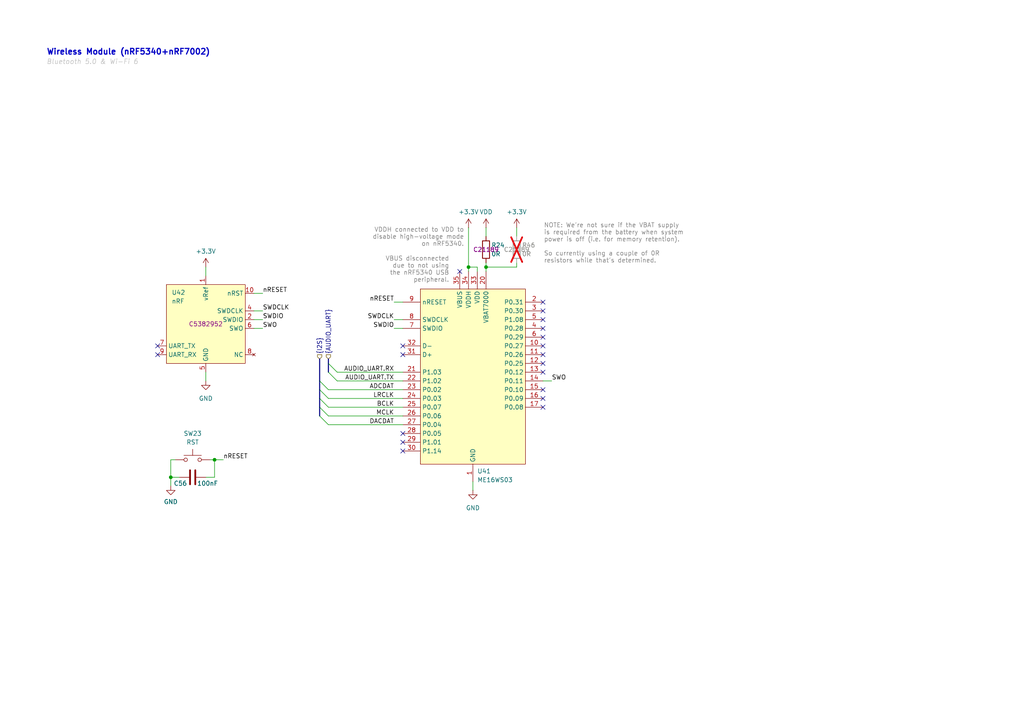
<source format=kicad_sch>
(kicad_sch (version 20250114) (generator "eeschema") (generator_version "9.0")
  (paper "A4")
  (lib_symbols
    (symbol "Device:C" (pin_numbers (hide yes)) (pin_names (offset 0.254))
      (property "Reference" "C" (at 0.635 2.54 0))
      (property "Value" "C" (at 0.635 -2.54 0))
      (symbol "C_0_1"
        (polyline (pts (xy -2.032 0.762) (xy 2.032 0.762)) (stroke (width 0.508)))
        (polyline (pts (xy -2.032 -0.762) (xy 2.032 -0.762)) (stroke (width 0.508)))
      )
      (symbol "C_1_1"
        (pin passive line (at 0 3.81 270) (length 2.794) (name "~") (number "1"))
        (pin passive line (at 0 -3.81 90) (length 2.794) (name "~") (number "2"))
      )
    )
    (symbol "Device:R" (pin_numbers (hide yes)) (pin_names (offset 0))
      (property "Reference" "R" (at 2.032 0 90))
      (property "Value" "R" (at 0 0 90))
      (symbol "R_0_1"
        (rectangle (start -1.016 -2.54) (end 1.016 2.54) (stroke (width 0.254)))
      )
      (symbol "R_1_1"
        (pin passive line (at 0 3.81 270) (length 1.27) (name "~") (number "1"))
        (pin passive line (at 0 -3.81 90) (length 1.27) (name "~") (number "2"))
      )
    )
    (symbol "Switch:SW_Push" (pin_numbers (hide yes)) (pin_names (offset 1.016) (hide yes))
      (property "Reference" "SW" (at 1.27 2.54 0))
      (property "Value" "SW_Push" (at 0 -1.524 0))
      (symbol "SW_Push_0_1"
        (circle (center -2.032 0) (radius 0.508))
        (polyline (pts (xy 0 1.27) (xy 0 3.048)))
        (circle (center 2.032 0) (radius 0.508))
        (polyline (pts (xy 2.54 1.27) (xy -2.54 1.27)))
        (pin passive line (at -5.08 0 0) (length 2.54) (name "1") (number "1"))
        (pin passive line (at 5.08 0 180) (length 2.54) (name "2") (number "2"))
      )
    )
    (symbol "pocket_synth:BMDU"
      (property "Reference" "U" (at 0 -2.54 0))
      (symbol "BMDU_1_1"
        (rectangle (start -11.43 11.43) (end 11.43 -11.43) (fill (type background)))
        (pin input line (at -13.97 8.89 0) (length 2.54) (name "nRST") (number "10"))
        (pin input line (at -13.97 3.81 0) (length 2.54) (name "SWDCLK") (number "4"))
        (pin input line (at -13.97 1.27 0) (length 2.54) (name "SWDIO") (number "2"))
        (pin input line (at -13.97 -1.27 0) (length 2.54) (name "SWO") (number "6"))
        (pin no_connect line (at -13.97 -8.89 0) (length 2.54) (name "NC") (number "8"))
        (pin input line (at 0 13.97 270) (length 2.54) (name "vRef") (number "1"))
        (pin input line (at 0 -13.97 90) (length 2.54) (hide yes) (name "GND") (number "3"))
        (pin input line (at 0 -13.97 90) (length 2.54) (name "GND") (number "5"))
        (pin input line (at 13.97 -6.35 180) (length 2.54) (name "UART_TX") (number "7"))
        (pin input line (at 13.97 -8.89 180) (length 2.54) (name "UART_RX") (number "9"))
      )
    )
    (symbol "pocket_synth:ME16WS03"
      (property "Reference" "U" (at 0 0 0))
      (property "Value" "ME16WS03" (at 0 0 0))
      (symbol "ME16WS03_1_1"
        (rectangle (start -15.24 25.4) (end 15.24 -25.4) (fill (type background)))
        (pin bidirectional line (at -20.32 21.59 0) (length 5.08) (name "nRESET") (number "9"))
        (pin bidirectional line (at -20.32 16.51 0) (length 5.08) (name "SWDCLK") (number "8"))
        (pin bidirectional line (at -20.32 13.97 0) (length 5.08) (name "SWDIO") (number "7"))
        (pin bidirectional line (at -20.32 8.89 0) (length 5.08) (name "D-") (number "32"))
        (pin bidirectional line (at -20.32 6.35 0) (length 5.08) (name "D+") (number "31"))
        (pin bidirectional line (at -20.32 1.27 0) (length 5.08) (name "P1.03") (number "21"))
        (pin bidirectional line (at -20.32 -1.27 0) (length 5.08) (name "P1.02") (number "22"))
        (pin bidirectional line (at -20.32 -3.81 0) (length 5.08) (name "P0.02") (number "23"))
        (pin bidirectional line (at -20.32 -6.35 0) (length 5.08) (name "P0.03") (number "24"))
        (pin bidirectional line (at -20.32 -8.89 0) (length 5.08) (name "P0.07") (number "25"))
        (pin bidirectional line (at -20.32 -11.43 0) (length 5.08) (name "P0.06") (number "26"))
        (pin bidirectional line (at -20.32 -13.97 0) (length 5.08) (name "P0.04") (number "27"))
        (pin bidirectional line (at -20.32 -16.51 0) (length 5.08) (name "P0.05") (number "28"))
        (pin bidirectional line (at -20.32 -19.05 0) (length 5.08) (name "P1.01") (number "29"))
        (pin bidirectional line (at -20.32 -21.59 0) (length 5.08) (name "P1.14") (number "30"))
        (pin power_in line (at -3.81 30.48 270) (length 5.08) (name "VBUS") (number "35"))
        (pin power_in line (at -1.27 30.48 270) (length 5.08) (name "VDDH") (number "34"))
        (pin power_in line (at 0 -30.48 90) (length 5.08) (name "GND") (number "1"))
        (pin power_in line (at 0 -30.48 90) (length 5.08) (hide yes) (name "GND") (number "18"))
        (pin power_in line (at 0 -30.48 90) (length 5.08) (hide yes) (name "GND") (number "19"))
        (pin power_in line (at 0 -30.48 90) (length 5.08) (hide yes) (name "GND") (number "36"))
        (pin power_in line (at 0 -30.48 90) (length 5.08) (hide yes) (name "GND") (number "37"))
        (pin power_in line (at 0 -30.48 90) (length 5.08) (hide yes) (name "GND") (number "38"))
        (pin power_in line (at 1.27 30.48 270) (length 5.08) (name "VDD") (number "33"))
        (pin bidirectional line (at 3.81 30.48 270) (length 5.08) (name "VBAT7000") (number "20"))
        (pin bidirectional line (at 20.32 21.59 180) (length 5.08) (name "P0.31") (number "2"))
        (pin bidirectional line (at 20.32 19.05 180) (length 5.08) (name "P0.30") (number "3"))
        (pin bidirectional line (at 20.32 16.51 180) (length 5.08) (name "P1.08") (number "5"))
        (pin bidirectional line (at 20.32 13.97 180) (length 5.08) (name "P0.28") (number "4"))
        (pin bidirectional line (at 20.32 11.43 180) (length 5.08) (name "P0.29") (number "6"))
        (pin bidirectional line (at 20.32 8.89 180) (length 5.08) (name "P0.27") (number "10"))
        (pin bidirectional line (at 20.32 6.35 180) (length 5.08) (name "P0.26") (number "11"))
        (pin bidirectional line (at 20.32 3.81 180) (length 5.08) (name "P0.25") (number "12"))
        (pin bidirectional line (at 20.32 1.27 180) (length 5.08) (name "P0.12") (number "13"))
        (pin bidirectional line (at 20.32 -1.27 180) (length 5.08) (name "P0.11") (number "14"))
        (pin bidirectional line (at 20.32 -3.81 180) (length 5.08) (name "P0.10") (number "15"))
        (pin bidirectional line (at 20.32 -6.35 180) (length 5.08) (name "P0.09") (number "16"))
        (pin bidirectional line (at 20.32 -8.89 180) (length 5.08) (name "P0.08") (number "17"))
      )
    )
    (symbol "power:+3.3V" (power) (pin_numbers (hide yes)) (pin_names (offset 0) (hide yes))
      (property "Value" "+3.3V" (at 0 3.556 0))
      (symbol "+3.3V_0_1"
        (polyline (pts (xy -0.762 1.27) (xy 0 2.54)))
        (polyline (pts (xy 0 2.54) (xy 0.762 1.27)))
        (polyline (pts (xy 0 0) (xy 0 2.54)))
      )
      (symbol "+3.3V_1_1"
        (pin power_in line (at 0 0 90) (length 0) (name "~") (number "1"))
      )
    )
    (symbol "power:GND" (power) (pin_numbers (hide yes)) (pin_names (offset 0) (hide yes))
      (property "Value" "GND" (at 0 -3.81 0))
      (symbol "GND_0_1"
        (polyline (pts (xy 0 0) (xy 0 -1.27) (xy 1.27 -1.27) (xy 0 -2.54) (xy -1.27 -1.27) (xy 0 -1.27)))
      )
      (symbol "GND_1_1"
        (pin power_in line (at 0 0 270) (length 0) (name "~") (number "1"))
      )
    )
    (symbol "power:VDD" (power) (pin_numbers (hide yes)) (pin_names (offset 0) (hide yes))
      (property "Value" "VDD" (at 0 3.556 0))
      (symbol "VDD_0_1"
        (polyline (pts (xy -0.762 1.27) (xy 0 2.54)))
        (polyline (pts (xy 0 2.54) (xy 0.762 1.27)))
        (polyline (pts (xy 0 0) (xy 0 2.54)))
      )
      (symbol "VDD_1_1"
        (pin power_in line (at 0 0 90) (length 0) (name "~") (number "1"))
      )
    )
  )
  (text "NOTE: We're not sure if the VBAT supply\nis required from the battery when system\npower is off (i.e. for memory retention).\n\nSo currently using a couple of 0R\nresistors while that's determined." (at 157.734 70.612 0) (effects (font (size 1.27 1.27)) (justify left)))
  (text "VDDH connected to VDD to\ndisable high-voltage mode\non nRF5340." (at 134.62 68.834 0) (effects (font (size 1.27 1.27)) (justify right)))
  (text "VBUS disconnected\ndue to not using\nthe nRF5340 USB\nperipheral." (at 130.302 78.232 0) (effects (font (size 1.27 1.27)) (justify right)))
  (text "Bluetooth 5.0 & Wi-Fi 6" (at 13.462 17.272 0) (effects (font (size 1.397 1.397) (thickness 0.1588) (italic yes)) (justify left top)))
  (text "Wireless Module (nRF5340+nRF7002)" (at 13.462 14.224 0) (effects (font (size 1.651 1.651) (thickness 0.3302) (bold yes)) (justify left top)))
  (junction (at 49.53 138.43))
  (junction (at 135.89 77.47))
  (junction (at 62.23 133.35))
  (junction (at 140.97 77.47))
  (no_connect (at 157.48 95.25))
  (no_connect (at 157.48 105.41))
  (no_connect (at 157.48 113.03))
  (no_connect (at 116.84 128.27))
  (no_connect (at 133.35 78.74))
  (no_connect (at 157.48 115.57))
  (no_connect (at 157.48 102.87))
  (no_connect (at 45.72 100.33))
  (no_connect (at 157.48 107.95))
  (no_connect (at 116.84 130.81))
  (no_connect (at 116.84 125.73))
  (no_connect (at 157.48 87.63))
  (no_connect (at 157.48 118.11))
  (no_connect (at 116.84 100.33))
  (no_connect (at 157.48 92.71))
  (no_connect (at 45.72 102.87))
  (no_connect (at 116.84 102.87))
  (no_connect (at 157.48 90.17))
  (no_connect (at 157.48 100.33))
  (no_connect (at 157.48 97.79))
  (bus_entry (at 95.25 120.65) (size -2.54 -2.54))
  (bus_entry (at 95.25 113.03) (size -2.54 -2.54))
  (bus_entry (at 95.25 118.11) (size -2.54 -2.54))
  (bus_entry (at 95.25 115.57) (size -2.54 -2.54))
  (bus_entry (at 97.79 110.49) (size -2.54 -2.54))
  (bus_entry (at 95.25 123.19) (size -2.54 -2.54))
  (bus_entry (at 97.79 107.95) (size -2.54 -2.54))
  (wire (pts (xy 116.84 110.49) (xy 97.79 110.49)))
  (wire (pts (xy 73.66 92.71) (xy 76.2 92.71)))
  (wire (pts (xy 62.23 133.35) (xy 62.23 138.43)))
  (wire (pts (xy 140.97 77.47) (xy 149.86 77.47)))
  (bus (pts (xy 95.25 104.14) (xy 95.25 105.41)))
  (wire (pts (xy 49.53 138.43) (xy 52.07 138.43)))
  (wire (pts (xy 116.84 107.95) (xy 97.79 107.95)))
  (wire (pts (xy 114.3 95.25) (xy 116.84 95.25)))
  (wire (pts (xy 73.66 95.25) (xy 76.2 95.25)))
  (wire (pts (xy 149.86 77.47) (xy 149.86 76.2)))
  (wire (pts (xy 116.84 123.19) (xy 95.25 123.19)))
  (wire (pts (xy 73.66 85.09) (xy 76.2 85.09)))
  (bus (pts (xy 92.71 115.57) (xy 92.71 118.11)))
  (wire (pts (xy 135.89 78.74) (xy 135.89 77.47)))
  (wire (pts (xy 49.53 133.35) (xy 49.53 138.43)))
  (wire (pts (xy 135.89 77.47) (xy 138.43 77.47)))
  (wire (pts (xy 50.8 133.35) (xy 49.53 133.35)))
  (wire (pts (xy 49.53 138.43) (xy 49.53 140.97)))
  (wire (pts (xy 157.48 110.49) (xy 160.02 110.49)))
  (wire (pts (xy 116.84 115.57) (xy 95.25 115.57)))
  (bus (pts (xy 95.25 105.41) (xy 95.25 107.95)))
  (wire (pts (xy 114.3 92.71) (xy 116.84 92.71)))
  (bus (pts (xy 92.71 113.03) (xy 92.71 115.57)))
  (wire (pts (xy 140.97 77.47) (xy 140.97 78.74)))
  (wire (pts (xy 116.84 120.65) (xy 95.25 120.65)))
  (wire (pts (xy 62.23 138.43) (xy 59.69 138.43)))
  (wire (pts (xy 135.89 66.04) (xy 135.89 77.47)))
  (wire (pts (xy 59.69 77.47) (xy 59.69 80.01)))
  (bus (pts (xy 92.71 118.11) (xy 92.71 120.65)))
  (wire (pts (xy 116.84 118.11) (xy 95.25 118.11)))
  (wire (pts (xy 140.97 66.04) (xy 140.97 68.58)))
  (wire (pts (xy 138.43 77.47) (xy 138.43 78.74)))
  (wire (pts (xy 116.84 113.03) (xy 95.25 113.03)))
  (wire (pts (xy 59.69 110.49) (xy 59.69 107.95)))
  (wire (pts (xy 73.66 90.17) (xy 76.2 90.17)))
  (wire (pts (xy 114.3 87.63) (xy 116.84 87.63)))
  (bus (pts (xy 92.71 110.49) (xy 92.71 113.03)))
  (wire (pts (xy 62.23 133.35) (xy 64.77 133.35)))
  (wire (pts (xy 60.96 133.35) (xy 62.23 133.35)))
  (wire (pts (xy 140.97 76.2) (xy 140.97 77.47)))
  (wire (pts (xy 149.86 66.04) (xy 149.86 68.58)))
  (bus (pts (xy 92.71 104.14) (xy 92.71 110.49)))
  (wire (pts (xy 137.16 139.7) (xy 137.16 142.24)))
  (label "SWO" (at 76.2 95.25 0))
  (label "BCLK" (at 114.3 118.11 180))
  (label "SWO" (at 160.02 110.49 0))
  (label "AUDIO_UART.TX" (at 114.3 110.49 180))
  (label "SWDCLK" (at 114.3 92.71 180) (effects (font (thickness 0.1588))))
  (label "SWDIO" (at 76.2 92.71 0) (effects (font (thickness 0.1588))))
  (label "AUDIO_UART.RX" (at 114.3 107.95 180))
  (label "LRCLK" (at 114.3 115.57 180))
  (label "ADCDAT" (at 114.3 113.03 180))
  (label "SWDCLK" (at 76.2 90.17 0) (effects (font (thickness 0.1588))))
  (label "MCLK" (at 114.3 120.65 180))
  (label "DACDAT" (at 114.3 123.19 180))
  (label "nRESET" (at 76.2 85.09 0) (effects (font (thickness 0.1588))))
  (label "SWDIO" (at 114.3 95.25 180) (effects (font (thickness 0.1588))))
  (label "nRESET" (at 64.77 133.35 0) (effects (font (thickness 0.1588))))
  (label "nRESET" (at 114.3 87.63 180) (effects (font (thickness 0.1588))))
  (hierarchical_label "{AUDIO_UART}" (shape input) (at 95.25 104.14 90))
  (hierarchical_label "{I2S}" (shape input) (at 92.71 104.14 90))
  (symbol (lib_id "Switch:SW_Push") (at 55.88 133.35 0) (unit 1)
    (property "Reference" "SW23" (at 55.88 125.73 0))
    (property "Value" "RST" (at 55.88 128.27 0))
    (property "Footprint" "Button_Switch_SMD:SW_SPST_B3U-1000P" (effects (hide yes)))
    (property "Description" "Push button switch, generic, two pins" (effects (hide yes)))
    (property "JLC" "C231329" (effects (hide yes)))
  )
  (symbol (lib_id "pocket_synth:ME16WS03") (at 137.16 109.22 0) (unit 1) (in_bom no)
    (property "Reference" "U41" (at 138.43 136.652 0) (effects (justify left)))
    (property "Value" "ME16WS03" (at 138.43 139.192 0) (effects (justify left)))
    (property "Footprint" "pocket_synth:ME16WS03" (effects (hide yes)))
    (property "Datasheet" "https://en.minewsemi.com/file/ME16WS03-nRF7002+nRF5340_Datasheet_K_EN.pdf" (effects (hide yes)))
  )
  (symbol (lib_id "Device:R") (at 140.97 72.39 0) (unit 1)
    (property "Reference" "R24" (at 142.494 71.12 0) (effects (justify left)))
    (property "Value" "0R" (at 142.494 73.66 0) (effects (justify left)))
    (property "Footprint" "Resistor_SMD:R_0603_1608Metric_Pad0.98x0.95mm_HandSolder" (effects (hide yes)))
    (property "Description" "Resistor" (effects (hide yes)))
    (property "JLC" "C21189" (at 140.97 72.39 0))
  )
  (symbol (lib_id "power:GND") (at 59.69 110.49 0) (mirror y) (unit 1)
    (property "Reference" "#PWR0143" (effects (hide yes)))
    (property "Value" "GND" (at 59.69 115.57 0))
    (property "Description" "Power symbol creates a global label with name \"GND\" , ground" (effects (hide yes)))
  )
  (symbol (lib_id "Device:C") (at 55.88 138.43 90) (unit 1)
    (property "Reference" "C56" (at 52.324 140.208 90))
    (property "Value" "100nF" (at 60.198 140.208 90))
    (property "Footprint" "Capacitor_SMD:C_0402_1005Metric" (effects (hide yes)))
    (property "Description" "Unpolarized capacitor" (effects (hide yes)))
    (property "JLC" "C1525" (effects (hide yes)))
  )
  (symbol (lib_id "power:GND") (at 49.53 140.97 0) (unit 1)
    (property "Reference" "#PWR0112" (effects (hide yes)))
    (property "Value" "GND" (at 49.53 145.542 0))
    (property "Description" "Power symbol creates a global label with name \"GND\" , ground" (effects (hide yes)))
  )
  (symbol (lib_id "power:VDD") (at 140.97 66.04 0) (unit 1)
    (property "Reference" "#PWR04" (effects (hide yes)))
    (property "Value" "VDD" (at 140.97 61.468 0))
    (property "Description" "Power symbol creates a global label with name \"VDD\"" (effects (hide yes)))
  )
  (symbol (lib_id "power:+3.3V") (at 135.89 66.04 0) (unit 1)
    (property "Reference" "#PWR039" (effects (hide yes)))
    (property "Value" "+3.3V" (at 135.89 61.468 0))
    (property "Description" "Power symbol creates a global label with name \"+3.3V\"" (effects (hide yes)))
  )
  (symbol (lib_id "power:GND") (at 137.16 142.24 0) (unit 1)
    (property "Reference" "#PWR090" (effects (hide yes)))
    (property "Value" "GND" (at 137.16 147.32 0))
    (property "Description" "Power symbol creates a global label with name \"GND\" , ground" (effects (hide yes)))
  )
  (symbol (lib_id "Device:R") (at 149.86 72.39 0) (unit 1) (dnp yes)
    (property "Reference" "R46" (at 151.384 71.12 0) (effects (justify left)))
    (property "Value" "0R" (at 151.384 73.66 0) (effects (justify left)))
    (property "Footprint" "Resistor_SMD:R_0603_1608Metric_Pad0.98x0.95mm_HandSolder" (effects (hide yes)))
    (property "Description" "Resistor" (effects (hide yes)))
    (property "JLC" "C21189" (at 149.86 72.39 0))
  )
  (symbol (lib_id "power:+3.3V") (at 59.69 77.47 0) (unit 1)
    (property "Reference" "#PWR044" (effects (hide yes)))
    (property "Value" "+3.3V" (at 59.69 72.898 0))
    (property "Description" "Power symbol creates a global label with name \"+3.3V\"" (effects (hide yes)))
  )
  (symbol (lib_id "power:+3.3V") (at 149.86 66.04 0) (unit 1)
    (property "Reference" "#PWR078" (effects (hide yes)))
    (property "Value" "+3.3V" (at 149.86 61.468 0))
    (property "Description" "Power symbol creates a global label with name \"+3.3V\"" (effects (hide yes)))
  )
  (symbol (lib_id "pocket_synth:BMDU") (at 59.69 93.98 0) (mirror y) (unit 1)
    (property "Reference" "U42" (at 49.784 84.836 0) (effects (justify right)))
    (property "Value" "nRF" (at 49.784 87.376 0) (effects (justify right)))
    (property "Footprint" "pocket_synth:CON10_2X5_DUK_FTSH_SAI-M" (effects (hide yes)))
    (property "Datasheet" "https://black-magic.org/knowledge/pinouts.html#black-magic-debug-unified-connector-bmdu" (effects (hide yes)))
    (property "Description" "Black Magic Debug Unified Connector" (effects (hide yes)))
    (property "JLC" "C5382952" (at 59.69 93.98 0))
  )
)
</source>
